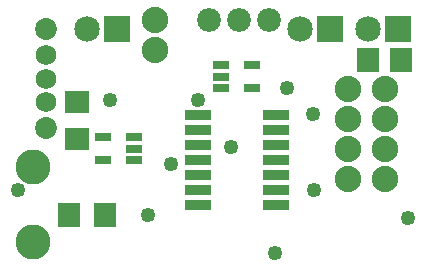
<source format=gts>
G04 MADE WITH FRITZING*
G04 WWW.FRITZING.ORG*
G04 DOUBLE SIDED*
G04 HOLES PLATED*
G04 CONTOUR ON CENTER OF CONTOUR VECTOR*
%ASAXBY*%
%FSLAX23Y23*%
%MOIN*%
%OFA0B0*%
%SFA1.0B1.0*%
%ADD10C,0.049370*%
%ADD11C,0.079444*%
%ADD12C,0.069055*%
%ADD13C,0.116299*%
%ADD14C,0.072992*%
%ADD15C,0.088000*%
%ADD16C,0.085000*%
%ADD17R,0.057244X0.031654*%
%ADD18R,0.072992X0.080866*%
%ADD19R,0.072992X0.084803*%
%ADD20R,0.090000X0.036000*%
%ADD21R,0.085000X0.085000*%
%ADD22R,0.084803X0.072992*%
%LNMASK1*%
G90*
G70*
G54D10*
X1024Y507D03*
G54D11*
X878Y822D03*
X778Y822D03*
X678Y822D03*
X878Y822D03*
X778Y822D03*
X678Y822D03*
G54D10*
X938Y594D03*
X639Y554D03*
G54D12*
X135Y704D03*
X135Y625D03*
X135Y547D03*
G54D10*
X898Y43D03*
X39Y255D03*
G54D13*
X89Y80D03*
G54D14*
X135Y791D03*
X135Y460D03*
G54D13*
X89Y330D03*
G54D10*
X1026Y255D03*
X749Y397D03*
X473Y169D03*
X552Y342D03*
X1339Y161D03*
X347Y554D03*
G54D15*
X497Y722D03*
X497Y822D03*
X1264Y592D03*
X1264Y492D03*
X1264Y392D03*
X1264Y292D03*
X1139Y592D03*
X1139Y492D03*
X1139Y392D03*
X1139Y292D03*
G54D16*
X371Y791D03*
X271Y791D03*
X371Y791D03*
X271Y791D03*
X1080Y791D03*
X980Y791D03*
X1080Y791D03*
X980Y791D03*
X1308Y791D03*
X1208Y791D03*
X1308Y791D03*
X1208Y791D03*
G54D17*
X717Y669D03*
X717Y631D03*
X717Y594D03*
X820Y594D03*
X820Y669D03*
G54D18*
X1206Y688D03*
X1316Y688D03*
G54D19*
X332Y169D03*
X209Y169D03*
G54D17*
X426Y355D03*
X426Y392D03*
X426Y430D03*
X324Y430D03*
X324Y355D03*
G54D20*
X640Y505D03*
X640Y455D03*
X640Y405D03*
X640Y355D03*
X640Y305D03*
X640Y255D03*
X640Y205D03*
X901Y205D03*
X901Y255D03*
X901Y305D03*
X901Y355D03*
X901Y405D03*
X901Y455D03*
X901Y505D03*
G54D21*
X371Y791D03*
X371Y791D03*
X1080Y791D03*
X1080Y791D03*
X1308Y791D03*
X1308Y791D03*
G54D22*
X237Y547D03*
X237Y424D03*
G04 End of Mask1*
M02*
</source>
